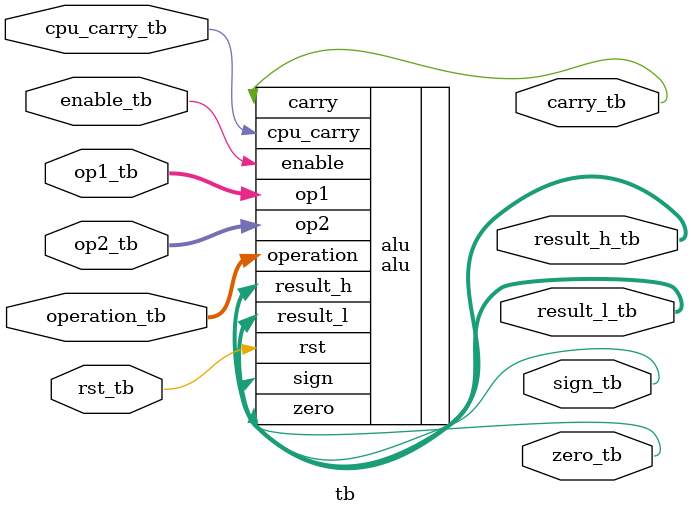
<source format=v>
`default_nettype none
`timescale 1ns/1ns

/*
this testbench just instantiates the module and makes some convenient wires
that can be driven / tested by the cocotb test.py
*/

module tb (
    // testbench is controlled by test/test_*.py files
    input wire rst_tb,
    input wire enable_tb,
    input wire [7:0] operation_tb,
    input wire [7:0] op1_tb,
    input wire [7:0] op2_tb,
	input wire cpu_carry_tb,
    output wire [7:0] result_l_tb,
    output wire [7:0] result_h_tb,
    output wire carry_tb,
    output wire zero_tb,
    output wire sign_tb
);

    // instantiate the DUT
    alu alu(
        .rst (rst_tb),
        .enable (enable_tb),
        .operation (operation_tb),
        .op1 (op1_tb),
        .op2 (op2_tb),
        .cpu_carry (cpu_carry_tb),
        .result_l (result_l_tb),
        .result_h (result_h_tb),
        .carry (carry_tb),
        .zero (zero_tb),
        .sign (sign_tb)
    );

endmodule

</source>
